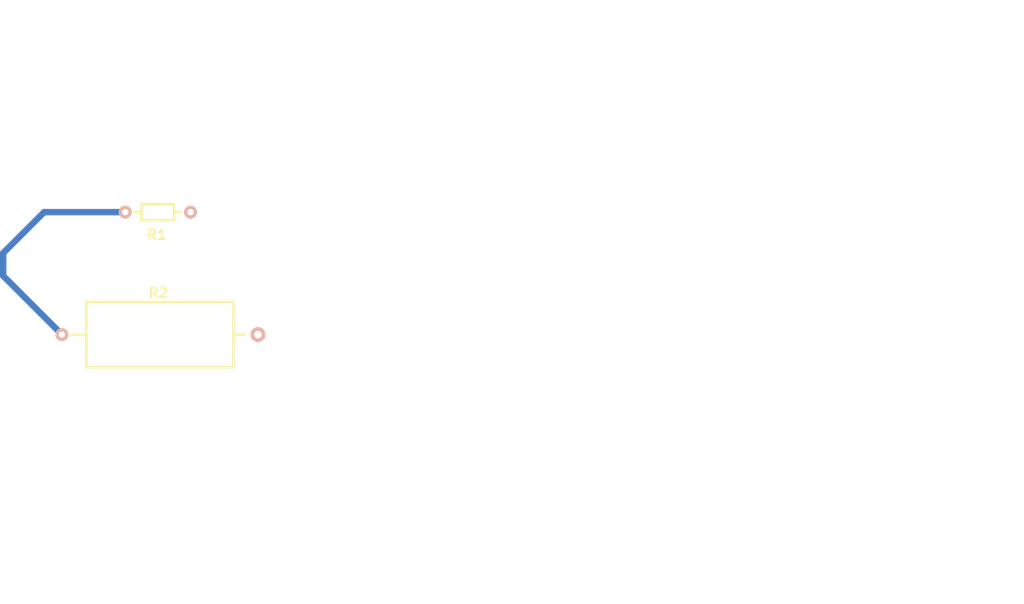
<source format=kicad_pcb>
(kicad_pcb (version 4) (host pcbnew "(2014-jul-16 BZR unknown)-product")

  (general
    (links 1)
    (no_connects 0)
    (area 68.08 25.4 227.330001 119.380001)
    (thickness 1.6)
    (drawings 0)
    (tracks 4)
    (zones 0)
    (modules 2)
    (nets 3)
  )

  (page A4)
  (layers
    (0 F.Cu signal)
    (31 B.Cu signal)
    (32 B.Adhes user)
    (33 F.Adhes user)
    (34 B.Paste user)
    (35 F.Paste user)
    (36 B.SilkS user)
    (37 F.SilkS user)
    (38 B.Mask user)
    (39 F.Mask user)
    (40 Dwgs.User user)
    (41 Cmts.User user)
    (42 Eco1.User user)
    (43 Eco2.User user)
    (44 Edge.Cuts user)
    (45 Margin user)
    (46 B.CrtYd user)
    (47 F.CrtYd user)
    (48 B.Fab user)
    (49 F.Fab user)
  )

  (setup
    (last_trace_width 1)
    (trace_clearance 0.254)
    (zone_clearance 0.508)
    (zone_45_only no)
    (trace_min 0.254)
    (segment_width 0.2)
    (edge_width 0.15)
    (via_size 0.889)
    (via_drill 0.635)
    (via_min_size 0.889)
    (via_min_drill 0.508)
    (uvia_size 0.508)
    (uvia_drill 0.127)
    (uvias_allowed no)
    (uvia_min_size 0.508)
    (uvia_min_drill 0.127)
    (pcb_text_width 0.3)
    (pcb_text_size 1 1)
    (mod_edge_width 0.15)
    (mod_text_size 1 1)
    (mod_text_width 0.15)
    (pad_size 1 1)
    (pad_drill 0.6)
    (pad_to_mask_clearance 0)
    (aux_axis_origin 0 0)
    (visible_elements FFFFFF7F)
    (pcbplotparams
      (layerselection 0x00030_80000001)
      (usegerberextensions false)
      (excludeedgelayer true)
      (linewidth 0.100000)
      (plotframeref false)
      (viasonmask false)
      (mode 1)
      (useauxorigin false)
      (hpglpennumber 1)
      (hpglpenspeed 20)
      (hpglpendiameter 15)
      (hpglpenoverlay 2)
      (psnegative false)
      (psa4output false)
      (plotreference true)
      (plotvalue true)
      (plotinvisibletext false)
      (padsonsilk false)
      (subtractmaskfromsilk false)
      (outputformat 1)
      (mirror false)
      (drillshape 1)
      (scaleselection 1)
      (outputdirectory ""))
  )

  (net 0 "")
  (net 1 GND)
  (net 2 "Net-(R1-Pad2)")

  (net_class Default "This is the default net class."
    (clearance 0.254)
    (trace_width 1)
    (via_dia 0.889)
    (via_drill 0.635)
    (uvia_dia 0.508)
    (uvia_drill 0.127)
    (add_net "Net-(R1-Pad2)")
  )

  (net_class Power ""
    (clearance 0.254)
    (trace_width 0.5)
    (via_dia 0.889)
    (via_drill 0.635)
    (uvia_dia 0.508)
    (uvia_drill 0.127)
  )

  (module Resistors_ThroughHole:Resistor_Horizontal_RM10mm (layer F.Cu) (tedit 53F9D1EE) (tstamp 53F9D1F9)
    (at 92.71 58.42 180)
    (descr "Resistor, Axial,  RM 10mm, 1/3W,")
    (tags "Resistor, Axial, RM 10mm, 1/3W,")
    (path /53F9CC84)
    (fp_text reference R1 (at 0.24892 -3.50012 180) (layer F.SilkS)
      (effects (font (thickness 0.3048)))
    )
    (fp_text value 40 (at 3.81 3.81 180) (layer F.SilkS) hide
      (effects (font (size 1.50114 1.50114) (thickness 0.20066)))
    )
    (fp_line (start -2.46126 0) (end -3.47726 0) (layer F.SilkS) (width 0.381))
    (fp_line (start 2.61874 0) (end 3.63474 0) (layer F.SilkS) (width 0.381))
    (fp_line (start -2.46126 -1.27) (end 2.61874 -1.27) (layer F.SilkS) (width 0.381))
    (fp_line (start 2.61874 -1.27) (end 2.61874 1.27) (layer F.SilkS) (width 0.381))
    (fp_line (start 2.61874 1.27) (end -2.46126 1.27) (layer F.SilkS) (width 0.381))
    (fp_line (start -2.46126 1.27) (end -2.46126 -1.27) (layer F.SilkS) (width 0.381))
    (pad 1 thru_hole circle (at -5.00126 0 180) (size 1.99898 1.99898) (drill 1.00076) (layers *.Cu *.SilkS *.Mask))
    (pad 2 thru_hole circle (at 5.15874 0 180) (size 1.99898 1.99898) (drill 1.00076) (layers *.Cu *.SilkS *.Mask)
      (net 2 "Net-(R1-Pad2)"))
  )

  (module Resistors_ThroughHole:Resistor_Horizontal_RM30mm (layer F.Cu) (tedit 53F9D3BE) (tstamp 53F9D3D4)
    (at 92.71 77.47)
    (descr "Resistor, Axial, RM 30mm,")
    (tags "Resistor, Axial, RM 30mm,")
    (path /53F9D2F4)
    (fp_text reference R2 (at 0 -6.49986) (layer F.SilkS)
      (effects (font (thickness 0.3048)))
    )
    (fp_text value 1M (at 0 8.49884) (layer F.SilkS) hide
      (effects (font (size 1.50114 1.50114) (thickness 0.20066)))
    )
    (fp_line (start -11.44524 0) (end -13.47724 0) (layer F.SilkS) (width 0.381))
    (fp_line (start 11.92276 0) (end 13.44676 0) (layer F.SilkS) (width 0.381))
    (fp_line (start -11.19124 -5.08) (end 11.66876 -5.08) (layer F.SilkS) (width 0.381))
    (fp_line (start 11.66876 -5.08) (end 11.66876 5.08) (layer F.SilkS) (width 0.381))
    (fp_line (start 11.66876 5.08) (end -11.19124 5.08) (layer F.SilkS) (width 0.381))
    (fp_line (start -11.19124 5.08) (end -11.19124 -5.08) (layer F.SilkS) (width 0.381))
    (pad 1 thru_hole circle (at -15.00124 0) (size 1.99898 1.99898) (drill 1.00076) (layers *.Cu *.SilkS *.Mask)
      (net 2 "Net-(R1-Pad2)"))
    (pad 2 thru_hole circle (at 15.47876 0) (size 2.30124 2.30124) (drill 1.19888) (layers *.Cu *.SilkS *.Mask))
  )

  (segment (start 74.93 58.42) (end 68.58 64.77) (width 1) (layer B.Cu) (net 2) (tstamp 53F9D513))
  (segment (start 68.58 64.77) (end 68.58 68.34124) (width 1) (layer B.Cu) (net 2) (tstamp 53F9D518))
  (segment (start 68.58 68.34124) (end 77.70876 77.47) (width 1) (layer B.Cu) (net 2) (tstamp 53F9D51A))
  (segment (start 87.55126 58.42) (end 74.93 58.42) (width 1) (layer B.Cu) (net 2))

  (zone (net 1) (net_name GND) (layer B.Cu) (tstamp 53F9D4C8) (hatch edge 0.508)
    (connect_pads (clearance 0.508))
    (min_thickness 0.254)
    (fill (arc_segments 16) (thermal_gap 0.508) (thermal_bridge_width 0.508))
    (polygon
      (pts
        (xy 154.94 49.53) (xy 144.78 119.38) (xy 227.33 74.93) (xy 200.66 25.4)
      )
    )
  )
  (zone (net 1) (net_name GND) (layer B.Cu) (tstamp 53F9D4DE) (hatch edge 0.508)
    (connect_pads (clearance 0.508))
    (min_thickness 0.254)
    (fill (mode segment) (arc_segments 16) (thermal_gap 0.508) (thermal_bridge_width 0.508))
    (polygon
      (pts
        (xy 138.43 40.64) (xy 119.38 52.07) (xy 125.73 83.82) (xy 142.24 63.5)
      )
    )
  )
  (zone (net 1) (net_name GND) (layer B.Cu) (tstamp 53FA4C76) (hatch edge 0.508)
    (connect_pads (clearance 0.508))
    (min_thickness 0.254)
    (fill (arc_segments 16) (thermal_gap 0.508) (thermal_bridge_width 0.508))
    (polygon
      (pts
        (xy 81.28 66.04) (xy 77.47 45.72) (xy 113.03 58.42) (xy 107.95 66.04)
      )
    )
  )
)

</source>
